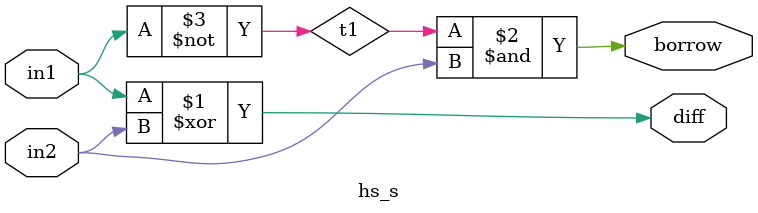
<source format=v>
`timescale 1ns / 1ps
module hs_s(in1,in2,diff,borrow);
input in1,in2;
output diff,borrow;
wire t1;

not n1 (t1,in1);
xor x1(diff,in1,in2);
and a1(borrow,t1,in2);
endmodule

</source>
